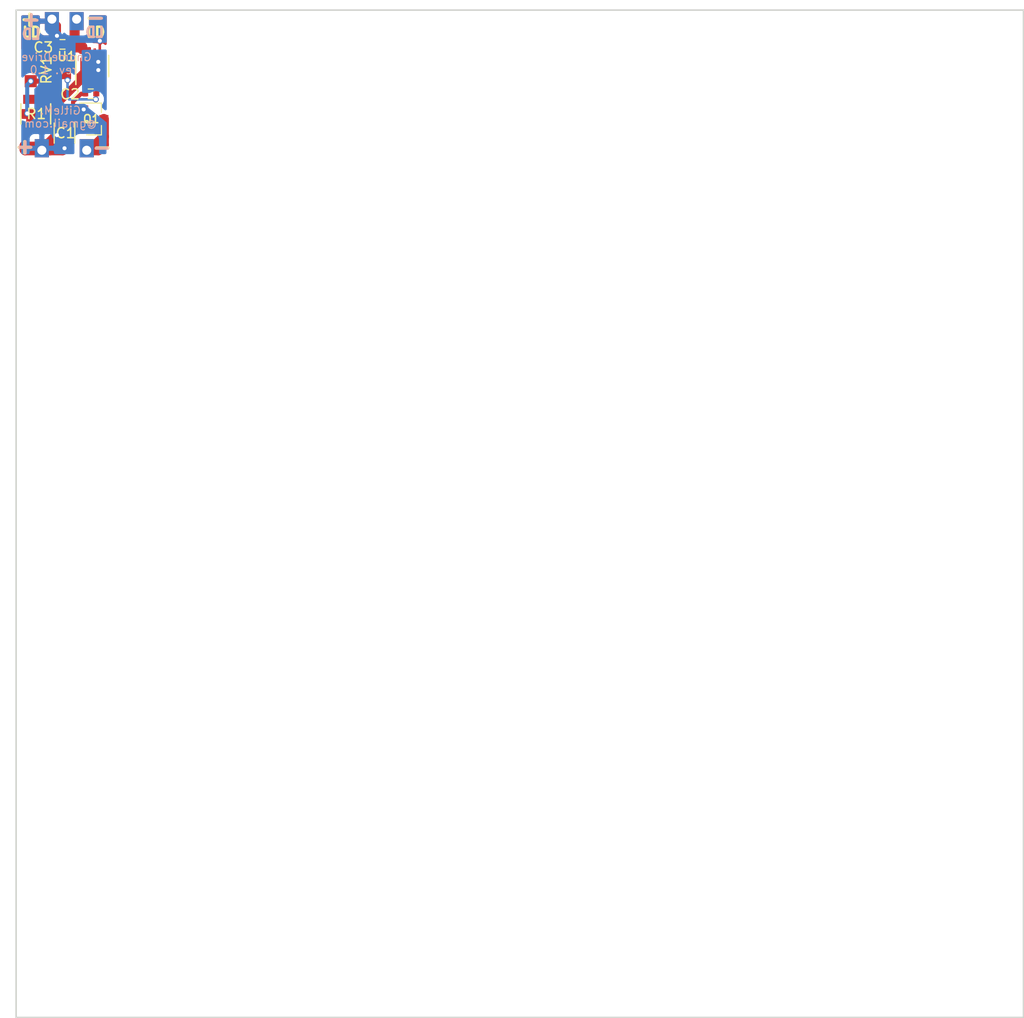
<source format=kicad_pcb>
(kicad_pcb (version 4) (host pcbnew 4.0.4-stable)

  (general
    (links 23)
    (no_connects 0)
    (area 98.275 97.823809 112.757143 117.27619)
    (thickness 1.6)
    (drawings 24)
    (tracks 129)
    (zones 0)
    (modules 11)
    (nets 8)
  )

  (page A4)
  (layers
    (0 F.Cu mixed)
    (31 B.Cu mixed)
    (32 B.Adhes user)
    (33 F.Adhes user)
    (34 B.Paste user)
    (35 F.Paste user)
    (36 B.SilkS user)
    (37 F.SilkS user)
    (38 B.Mask user)
    (39 F.Mask user)
    (40 Dwgs.User user)
    (41 Cmts.User user)
    (42 Eco1.User user)
    (43 Eco2.User user)
    (44 Edge.Cuts user)
    (45 Margin user)
    (46 B.CrtYd user)
    (47 F.CrtYd user)
    (48 B.Fab user)
    (49 F.Fab user)
  )

  (setup
    (last_trace_width 1)
    (user_trace_width 0.4)
    (user_trace_width 0.6)
    (user_trace_width 0.8)
    (user_trace_width 1)
    (user_trace_width 1.2)
    (user_trace_width 1.4)
    (user_trace_width 1.6)
    (trace_clearance 0.2)
    (zone_clearance 0.508)
    (zone_45_only no)
    (trace_min 0.2)
    (segment_width 1)
    (edge_width 0.15)
    (via_size 0.6)
    (via_drill 0.4)
    (via_min_size 0.4)
    (via_min_drill 0.3)
    (uvia_size 0.3)
    (uvia_drill 0.1)
    (uvias_allowed no)
    (uvia_min_size 0.2)
    (uvia_min_drill 0.1)
    (pcb_text_width 0.3)
    (pcb_text_size 1.5 1.5)
    (mod_edge_width 0.15)
    (mod_text_size 1 1)
    (mod_text_width 0.15)
    (pad_size 1.524 1.524)
    (pad_drill 0.762)
    (pad_to_mask_clearance 0.2)
    (aux_axis_origin 0 0)
    (visible_elements 7FFEFFFF)
    (pcbplotparams
      (layerselection 0x00030_80000001)
      (usegerberextensions false)
      (excludeedgelayer true)
      (linewidth 0.100000)
      (plotframeref false)
      (viasonmask false)
      (mode 1)
      (useauxorigin false)
      (hpglpennumber 1)
      (hpglpenspeed 20)
      (hpglpendiameter 15)
      (hpglpenoverlay 2)
      (psnegative false)
      (psa4output false)
      (plotreference true)
      (plotvalue true)
      (plotinvisibletext false)
      (padsonsilk false)
      (subtractmaskfromsilk false)
      (outputformat 1)
      (mirror false)
      (drillshape 1)
      (scaleselection 1)
      (outputdirectory ""))
  )

  (net 0 "")
  (net 1 /Vin)
  (net 2 /GNDeff)
  (net 3 "Net-(C2-Pad2)")
  (net 4 "Net-(C3-Pad2)")
  (net 5 /GND)
  (net 6 "Net-(R1-Pad1)")
  (net 7 "Net-(U1-Pad5)")

  (net_class Default "This is the default net class."
    (clearance 0.2)
    (trace_width 0.25)
    (via_dia 0.6)
    (via_drill 0.4)
    (uvia_dia 0.3)
    (uvia_drill 0.1)
    (add_net /GND)
    (add_net /GNDeff)
    (add_net /Vin)
    (add_net "Net-(C2-Pad2)")
    (add_net "Net-(C3-Pad2)")
    (add_net "Net-(R1-Pad1)")
    (add_net "Net-(U1-Pad5)")
  )

  (module Resistors_SMD:R_1210 (layer F.Cu) (tedit 58A632CC) (tstamp 58A630AA)
    (at 101.95 110.3 270)
    (descr "Resistor SMD 1210, reflow soldering, Vishay (see dcrcw.pdf)")
    (tags "resistor 1210")
    (path /58A483D9)
    (attr smd)
    (fp_text reference R1 (at 0 -0.05 360) (layer F.SilkS)
      (effects (font (size 1 1) (thickness 0.15)))
    )
    (fp_text value 0.15 (at 0 2.7 270) (layer F.Fab)
      (effects (font (size 1 1) (thickness 0.15)))
    )
    (fp_line (start -1.6 1.25) (end -1.6 -1.25) (layer F.Fab) (width 0.1))
    (fp_line (start 1.6 1.25) (end -1.6 1.25) (layer F.Fab) (width 0.1))
    (fp_line (start 1.6 -1.25) (end 1.6 1.25) (layer F.Fab) (width 0.1))
    (fp_line (start -1.6 -1.25) (end 1.6 -1.25) (layer F.Fab) (width 0.1))
    (fp_line (start -2.2 -1.6) (end 2.2 -1.6) (layer F.CrtYd) (width 0.05))
    (fp_line (start -2.2 1.6) (end 2.2 1.6) (layer F.CrtYd) (width 0.05))
    (fp_line (start -2.2 -1.6) (end -2.2 1.6) (layer F.CrtYd) (width 0.05))
    (fp_line (start 2.2 -1.6) (end 2.2 1.6) (layer F.CrtYd) (width 0.05))
    (fp_line (start 1 1.475) (end -1 1.475) (layer F.SilkS) (width 0.15))
    (fp_line (start -1 -1.475) (end 1 -1.475) (layer F.SilkS) (width 0.15))
    (pad 1 smd rect (at -1.45 0 270) (size 0.9 2.5) (layers F.Cu F.Paste F.Mask)
      (net 6 "Net-(R1-Pad1)"))
    (pad 2 smd rect (at 1.45 0 270) (size 0.9 2.5) (layers F.Cu F.Paste F.Mask)
      (net 2 /GNDeff))
    (model Resistors_SMD.3dshapes/R_1210.wrl
      (at (xyz 0 0 0))
      (scale (xyz 1 1 1))
      (rotate (xyz 0 0 0))
    )
  )

  (module Capacitors_SMD:C_1206 (layer F.Cu) (tedit 58A63281) (tstamp 58A63052)
    (at 104.8 112.2 90)
    (descr "Capacitor SMD 1206, reflow soldering, AVX (see smccp.pdf)")
    (tags "capacitor 1206")
    (path /58A4862D)
    (attr smd)
    (fp_text reference C1 (at 0 0.1 180) (layer F.SilkS)
      (effects (font (size 1 1) (thickness 0.15)))
    )
    (fp_text value 10u (at 0 2.3 90) (layer F.Fab)
      (effects (font (size 1 1) (thickness 0.15)))
    )
    (fp_line (start -1.6 0.8) (end -1.6 -0.8) (layer F.Fab) (width 0.1))
    (fp_line (start 1.6 0.8) (end -1.6 0.8) (layer F.Fab) (width 0.1))
    (fp_line (start 1.6 -0.8) (end 1.6 0.8) (layer F.Fab) (width 0.1))
    (fp_line (start -1.6 -0.8) (end 1.6 -0.8) (layer F.Fab) (width 0.1))
    (fp_line (start -2.3 -1.15) (end 2.3 -1.15) (layer F.CrtYd) (width 0.05))
    (fp_line (start -2.3 1.15) (end 2.3 1.15) (layer F.CrtYd) (width 0.05))
    (fp_line (start -2.3 -1.15) (end -2.3 1.15) (layer F.CrtYd) (width 0.05))
    (fp_line (start 2.3 -1.15) (end 2.3 1.15) (layer F.CrtYd) (width 0.05))
    (fp_line (start 1 -1.025) (end -1 -1.025) (layer F.SilkS) (width 0.12))
    (fp_line (start -1 1.025) (end 1 1.025) (layer F.SilkS) (width 0.12))
    (pad 1 smd rect (at -1.5 0 90) (size 1 1.6) (layers F.Cu F.Paste F.Mask)
      (net 1 /Vin))
    (pad 2 smd rect (at 1.5 0 90) (size 1 1.6) (layers F.Cu F.Paste F.Mask)
      (net 2 /GNDeff))
    (model Capacitors_SMD.3dshapes/C_1206.wrl
      (at (xyz 0 0 0))
      (scale (xyz 1 1 1))
      (rotate (xyz 0 0 0))
    )
  )

  (module Capacitors_SMD:C_0402 (layer F.Cu) (tedit 58A6312A) (tstamp 58A63062)
    (at 107.4 108.3)
    (descr "Capacitor SMD 0402, reflow soldering, AVX (see smccp.pdf)")
    (tags "capacitor 0402")
    (path /58A48219)
    (attr smd)
    (fp_text reference C2 (at -2.05 0.05) (layer F.SilkS)
      (effects (font (size 1 1) (thickness 0.15)))
    )
    (fp_text value 0.1u (at 0 1.7) (layer F.Fab)
      (effects (font (size 1 1) (thickness 0.15)))
    )
    (fp_line (start -0.5 0.25) (end -0.5 -0.25) (layer F.Fab) (width 0.1))
    (fp_line (start 0.5 0.25) (end -0.5 0.25) (layer F.Fab) (width 0.1))
    (fp_line (start 0.5 -0.25) (end 0.5 0.25) (layer F.Fab) (width 0.1))
    (fp_line (start -0.5 -0.25) (end 0.5 -0.25) (layer F.Fab) (width 0.1))
    (fp_line (start -1.15 -0.6) (end 1.15 -0.6) (layer F.CrtYd) (width 0.05))
    (fp_line (start -1.15 0.6) (end 1.15 0.6) (layer F.CrtYd) (width 0.05))
    (fp_line (start -1.15 -0.6) (end -1.15 0.6) (layer F.CrtYd) (width 0.05))
    (fp_line (start 1.15 -0.6) (end 1.15 0.6) (layer F.CrtYd) (width 0.05))
    (fp_line (start 0.25 -0.475) (end -0.25 -0.475) (layer F.SilkS) (width 0.12))
    (fp_line (start -0.25 0.475) (end 0.25 0.475) (layer F.SilkS) (width 0.12))
    (pad 1 smd rect (at -0.55 0) (size 0.6 0.5) (layers F.Cu F.Paste F.Mask)
      (net 2 /GNDeff))
    (pad 2 smd rect (at 0.55 0) (size 0.6 0.5) (layers F.Cu F.Paste F.Mask)
      (net 3 "Net-(C2-Pad2)"))
    (model Capacitors_SMD.3dshapes/C_0402.wrl
      (at (xyz 0 0 0))
      (scale (xyz 1 1 1))
      (rotate (xyz 0 0 0))
    )
  )

  (module Capacitors_SMD:C_0402 (layer F.Cu) (tedit 58A757DC) (tstamp 58A63072)
    (at 104.6 103.4)
    (descr "Capacitor SMD 0402, reflow soldering, AVX (see smccp.pdf)")
    (tags "capacitor 0402")
    (path /58A481A2)
    (attr smd)
    (fp_text reference C3 (at -1.9 0.3) (layer F.SilkS)
      (effects (font (size 1 1) (thickness 0.15)))
    )
    (fp_text value 0.1u (at 0 1.7) (layer F.Fab)
      (effects (font (size 1 1) (thickness 0.15)))
    )
    (fp_line (start -0.5 0.25) (end -0.5 -0.25) (layer F.Fab) (width 0.1))
    (fp_line (start 0.5 0.25) (end -0.5 0.25) (layer F.Fab) (width 0.1))
    (fp_line (start 0.5 -0.25) (end 0.5 0.25) (layer F.Fab) (width 0.1))
    (fp_line (start -0.5 -0.25) (end 0.5 -0.25) (layer F.Fab) (width 0.1))
    (fp_line (start -1.15 -0.6) (end 1.15 -0.6) (layer F.CrtYd) (width 0.05))
    (fp_line (start -1.15 0.6) (end 1.15 0.6) (layer F.CrtYd) (width 0.05))
    (fp_line (start -1.15 -0.6) (end -1.15 0.6) (layer F.CrtYd) (width 0.05))
    (fp_line (start 1.15 -0.6) (end 1.15 0.6) (layer F.CrtYd) (width 0.05))
    (fp_line (start 0.25 -0.475) (end -0.25 -0.475) (layer F.SilkS) (width 0.12))
    (fp_line (start -0.25 0.475) (end 0.25 0.475) (layer F.SilkS) (width 0.12))
    (pad 1 smd rect (at -0.55 0) (size 0.6 0.5) (layers F.Cu F.Paste F.Mask)
      (net 1 /Vin))
    (pad 2 smd rect (at 0.55 0) (size 0.6 0.5) (layers F.Cu F.Paste F.Mask)
      (net 4 "Net-(C3-Pad2)"))
    (model Capacitors_SMD.3dshapes/C_0402.wrl
      (at (xyz 0 0 0))
      (scale (xyz 1 1 1))
      (rotate (xyz 0 0 0))
    )
  )

  (module linear_rect_driver:LDpad (layer F.Cu) (tedit 58A63080) (tstamp 58A63077)
    (at 103 113.85 270)
    (path /58A48B2F)
    (fp_text reference P1 (at 2.25 0.7 270) (layer F.SilkS) hide
      (effects (font (size 1 1) (thickness 0.15)))
    )
    (fp_text value V+ (at 0.15 -2.75 270) (layer F.Fab)
      (effects (font (size 1 1) (thickness 0.15)))
    )
    (pad 1 thru_hole rect (at 0.05 0.45 270) (size 1.8 1.4) (drill 0.9 (offset -0.2 0)) (layers *.Cu *.Mask)
      (net 1 /Vin))
  )

  (module linear_rect_driver:LDpad (layer F.Cu) (tedit 58A757C9) (tstamp 58A6307C)
    (at 107.45 113.85 270)
    (path /58A48B8B)
    (fp_text reference P2 (at 2.15 0.4 270) (layer F.SilkS) hide
      (effects (font (size 1 1) (thickness 0.15)))
    )
    (fp_text value V- (at 0.15 -2.75 270) (layer F.Fab)
      (effects (font (size 1 1) (thickness 0.15)))
    )
    (pad 1 thru_hole rect (at 0.05 0.45 270) (size 1.8 1.4) (drill 0.9 (offset -0.2 0)) (layers *.Cu *.Mask)
      (net 5 /GND))
  )

  (module linear_rect_driver:LDpad (layer F.Cu) (tedit 58A86702) (tstamp 58A63081)
    (at 103.1 100.95 90)
    (path /58A48A8F)
    (fp_text reference P3 (at 1.95 0.4 90) (layer F.SilkS) hide
      (effects (font (size 1 1) (thickness 0.15)))
    )
    (fp_text value LD+ (at 0.15 -2.75 90) (layer F.Fab)
      (effects (font (size 1 1) (thickness 0.15)))
    )
    (pad 1 thru_hole rect (at 0.05 0.45 90) (size 1.8 1.4) (drill 0.9 (offset -0.2 0)) (layers *.Cu *.Mask)
      (net 1 /Vin))
  )

  (module linear_rect_driver:LDpad (layer F.Cu) (tedit 58A62FA0) (tstamp 58A63086)
    (at 105.55 100.95 90)
    (path /58A48ADE)
    (fp_text reference P4 (at 1.9 0.6 90) (layer F.SilkS) hide
      (effects (font (size 1 1) (thickness 0.15)))
    )
    (fp_text value LD- (at 0.15 -2.75 90) (layer F.Fab)
      (effects (font (size 1 1) (thickness 0.15)))
    )
    (pad 1 thru_hole rect (at 0.05 0.45 90) (size 1.8 1.4) (drill 0.9 (offset -0.2 0)) (layers *.Cu *.Mask)
      (net 4 "Net-(C3-Pad2)"))
  )

  (module TO_SOT_Packages_SMD:SOT-23 (layer F.Cu) (tedit 58A6329A) (tstamp 58A6309A)
    (at 107.7 110.8)
    (descr "SOT-23, Standard")
    (tags SOT-23)
    (path /58A4844D)
    (attr smd)
    (fp_text reference Q1 (at -0.25 0) (layer F.SilkS)
      (effects (font (size 0.8 0.8) (thickness 0.15)))
    )
    (fp_text value Q_NMOS_GSD (at 0 2.5) (layer F.Fab)
      (effects (font (size 1 1) (thickness 0.15)))
    )
    (fp_line (start -0.7 -0.95) (end -0.7 1.5) (layer F.Fab) (width 0.1))
    (fp_line (start -0.15 -1.52) (end 0.7 -1.52) (layer F.Fab) (width 0.1))
    (fp_line (start -0.7 -0.95) (end -0.15 -1.52) (layer F.Fab) (width 0.1))
    (fp_line (start 0.7 -1.52) (end 0.7 1.52) (layer F.Fab) (width 0.1))
    (fp_line (start -0.7 1.52) (end 0.7 1.52) (layer F.Fab) (width 0.1))
    (fp_line (start 0.76 1.58) (end 0.76 0.65) (layer F.SilkS) (width 0.12))
    (fp_line (start 0.76 -1.58) (end 0.76 -0.65) (layer F.SilkS) (width 0.12))
    (fp_line (start -1.7 -1.75) (end 1.7 -1.75) (layer F.CrtYd) (width 0.05))
    (fp_line (start 1.7 -1.75) (end 1.7 1.75) (layer F.CrtYd) (width 0.05))
    (fp_line (start 1.7 1.75) (end -1.7 1.75) (layer F.CrtYd) (width 0.05))
    (fp_line (start -1.7 1.75) (end -1.7 -1.75) (layer F.CrtYd) (width 0.05))
    (fp_line (start 0.76 -1.58) (end -1.4 -1.58) (layer F.SilkS) (width 0.12))
    (fp_line (start 0.76 1.58) (end -0.7 1.58) (layer F.SilkS) (width 0.12))
    (pad 1 smd rect (at -1 -0.95) (size 0.9 0.8) (layers F.Cu F.Paste F.Mask)
      (net 1 /Vin))
    (pad 2 smd rect (at -1 0.95) (size 0.9 0.8) (layers F.Cu F.Paste F.Mask)
      (net 2 /GNDeff))
    (pad 3 smd rect (at 1 0) (size 0.9 0.8) (layers F.Cu F.Paste F.Mask)
      (net 5 /GND))
    (model TO_SOT_Packages_SMD.3dshapes/SOT-23.wrl
      (at (xyz 0 0 0))
      (scale (xyz 1 1 1))
      (rotate (xyz 0 0 90))
    )
  )

  (module linear_rect_driver:POT-TC33 (layer F.Cu) (tedit 58A63279) (tstamp 58A630B1)
    (at 103.95 106.05 270)
    (path /58A488A0)
    (fp_text reference RV1 (at -0.1 0.95 270) (layer F.SilkS)
      (effects (font (size 1 1) (thickness 0.15)))
    )
    (fp_text value 20k (at 0.05 -5.5 270) (layer F.Fab)
      (effects (font (size 1 1) (thickness 0.15)))
    )
    (pad 3 smd rect (at 1 2.5 270) (size 1.2 1.2) (layers F.Cu F.Paste F.Mask)
      (net 2 /GNDeff))
    (pad 2 smd rect (at 0 -0.75 270) (size 1.6 1.5) (layers F.Cu F.Paste F.Mask)
      (net 3 "Net-(C2-Pad2)"))
    (pad 1 smd rect (at -1 2.5 270) (size 1.2 1.2) (layers F.Cu F.Paste F.Mask)
      (net 3 "Net-(C2-Pad2)"))
  )

  (module linear_rect_driver:DFN8-LT3080 (layer F.Cu) (tedit 58A632FB) (tstamp 58A630CC)
    (at 107.55 105.55 90)
    (descr "DD Package; 8-Lead Plastic DFN (3mm x 3mm) (see Linear Technology DFN_8_05-08-1698.pdf)")
    (tags "DFN 0.5")
    (path /58A39D4C)
    (attr smd)
    (fp_text reference U1 (at 0.95 -2.55 180) (layer F.SilkS)
      (effects (font (size 0.9 0.9) (thickness 0.15)))
    )
    (fp_text value LT3080 (at 0 2.55 90) (layer F.Fab)
      (effects (font (size 1 1) (thickness 0.15)))
    )
    (fp_line (start -0.5 -1.5) (end 1.5 -1.5) (layer F.Fab) (width 0.15))
    (fp_line (start 1.5 -1.5) (end 1.5 1.5) (layer F.Fab) (width 0.15))
    (fp_line (start 1.5 1.5) (end -1.5 1.5) (layer F.Fab) (width 0.15))
    (fp_line (start -1.5 1.5) (end -1.5 -0.5) (layer F.Fab) (width 0.15))
    (fp_line (start -1.5 -0.5) (end -0.5 -1.5) (layer F.Fab) (width 0.15))
    (fp_line (start -2 -1.8) (end -2 1.8) (layer F.CrtYd) (width 0.05))
    (fp_line (start 2 -1.8) (end 2 1.8) (layer F.CrtYd) (width 0.05))
    (fp_line (start -2 -1.8) (end 2 -1.8) (layer F.CrtYd) (width 0.05))
    (fp_line (start -2 1.8) (end 2 1.8) (layer F.CrtYd) (width 0.05))
    (fp_line (start -1.05 1.625) (end 1.05 1.625) (layer F.SilkS) (width 0.15))
    (fp_line (start -1.825 -1.625) (end 1.05 -1.625) (layer F.SilkS) (width 0.15))
    (pad 1 smd rect (at -1.4 -0.75 90) (size 0.7 0.25) (layers F.Cu F.Paste F.Mask)
      (net 6 "Net-(R1-Pad1)"))
    (pad 1 smd rect (at -1.4 -0.25 90) (size 0.7 0.25) (layers F.Cu F.Paste F.Mask)
      (net 6 "Net-(R1-Pad1)"))
    (pad 1 smd rect (at -1.4 0.25 90) (size 0.7 0.25) (layers F.Cu F.Paste F.Mask)
      (net 6 "Net-(R1-Pad1)"))
    (pad 2 smd rect (at -1.4 0.75 90) (size 0.7 0.25) (layers F.Cu F.Paste F.Mask)
      (net 3 "Net-(C2-Pad2)"))
    (pad 3 smd rect (at 1.4 0.75 90) (size 0.7 0.25) (layers F.Cu F.Paste F.Mask)
      (net 1 /Vin))
    (pad 5 smd rect (at 1.4 0.25 90) (size 0.7 0.25) (layers F.Cu F.Paste F.Mask)
      (net 7 "Net-(U1-Pad5)"))
    (pad 4 smd rect (at 1.4 -0.25 90) (size 0.7 0.25) (layers F.Cu F.Paste F.Mask)
      (net 4 "Net-(C3-Pad2)"))
    (pad 4 smd rect (at 1.4 -0.75 90) (size 0.7 0.25) (layers F.Cu F.Paste F.Mask)
      (net 4 "Net-(C3-Pad2)"))
    (pad 1 smd rect (at 0.415 0.595 90) (size 0.83 1.19) (layers F.Cu F.Paste F.Mask)
      (net 6 "Net-(R1-Pad1)") (solder_paste_margin_ratio -0.2))
    (pad 1 smd rect (at 0.415 -0.595 90) (size 0.83 1.19) (layers F.Cu F.Paste F.Mask)
      (net 6 "Net-(R1-Pad1)") (solder_paste_margin_ratio -0.2))
    (pad 1 smd rect (at -0.415 0.595 90) (size 0.83 1.19) (layers F.Cu F.Paste F.Mask)
      (net 6 "Net-(R1-Pad1)") (solder_paste_margin_ratio -0.2))
    (pad 1 smd rect (at -0.415 -0.595 90) (size 0.83 1.19) (layers F.Cu F.Paste F.Mask)
      (net 6 "Net-(R1-Pad1)") (solder_paste_margin_ratio -0.2))
    (model Housings_DFN_QFN.3dshapes/DFN-8-1EP_3x3mm_Pitch0.5mm.wrl
      (at (xyz 0 0 0))
      (scale (xyz 1 1 1))
      (rotate (xyz 0 0 0))
    )
  )

  (gr_line (start 110 115.3) (end 110 109) (angle 90) (layer Eco1.User) (width 1))
  (gr_line (start 110 99.5) (end 110 106) (angle 90) (layer Eco1.User) (width 1))
  (gr_line (start 99.5 99.5) (end 100 99.5) (angle 90) (layer Eco1.User) (width 1))
  (gr_line (start 99.5 115.3) (end 99.5 99.5) (angle 90) (layer Eco1.User) (width 1))
  (gr_line (start 110 115.3) (end 99.5 115.3) (angle 90) (layer Eco1.User) (width 1))
  (gr_line (start 100 99.5) (end 110 99.5) (angle 90) (layer Eco1.User) (width 1))
  (gr_line (start 100 199.9) (end 100 100) (angle 90) (layer Edge.Cuts) (width 0.15))
  (gr_line (start 199.9 199.9) (end 100 199.9) (angle 90) (layer Edge.Cuts) (width 0.15))
  (gr_line (start 199.9 100) (end 199.9 199.9) (angle 90) (layer Edge.Cuts) (width 0.15))
  (gr_line (start 100 100) (end 199.9 100) (angle 90) (layer Edge.Cuts) (width 0.15))
  (gr_text "GnomeDrive \nrev. 1.0" (at 103.7 105.3) (layer B.SilkS)
    (effects (font (size 0.8 0.8) (thickness 0.1)) (justify mirror))
  )
  (gr_text "GitleM.\n@gmail.com" (at 104.4 110.6) (layer B.SilkS)
    (effects (font (size 0.8 0.8) (thickness 0.1)) (justify mirror))
  )
  (gr_text - (at 108.5 113.6) (layer B.SilkS)
    (effects (font (size 1.5 1.5) (thickness 0.3)) (justify mirror))
  )
  (gr_text + (at 100.9 113.5) (layer B.SilkS)
    (effects (font (size 1.5 1.5) (thickness 0.3)) (justify mirror))
  )
  (gr_text - (at 107.9 100.7) (layer B.SilkS)
    (effects (font (size 1.5 1.5) (thickness 0.3)) (justify mirror))
  )
  (gr_text LD (at 107.8 102.2) (layer B.SilkS)
    (effects (font (size 1 1) (thickness 0.25)) (justify mirror))
  )
  (gr_text LD (at 101.5 102.4) (layer B.SilkS)
    (effects (font (size 1 1) (thickness 0.25)) (justify mirror))
  )
  (gr_text + (at 101.5 100.9) (layer B.SilkS)
    (effects (font (size 1.5 1.5) (thickness 0.3)) (justify mirror))
  )
  (gr_text - (at 108.55 113.55) (layer F.SilkS)
    (effects (font (size 1.5 1.5) (thickness 0.3)))
  )
  (gr_text + (at 100.85 113.5) (layer F.SilkS)
    (effects (font (size 1.5 1.5) (thickness 0.3)))
  )
  (gr_text - (at 107.8 100.7) (layer F.SilkS)
    (effects (font (size 1.5 1.5) (thickness 0.3)))
  )
  (gr_text + (at 101.35 100.85) (layer F.SilkS)
    (effects (font (size 1.5 1.5) (thickness 0.3)))
  )
  (gr_text LD (at 107.9 102.2) (layer F.SilkS)
    (effects (font (size 1 1) (thickness 0.25)))
  )
  (gr_text LD (at 101.55 102.2) (layer F.SilkS)
    (effects (font (size 1 1) (thickness 0.25)))
  )

  (segment (start 104.05 102.25) (end 103.85 102.25) (width 0.4) (layer F.Cu) (net 1))
  (segment (start 103.85 102.25) (end 103.45 102.65) (width 0.4) (layer F.Cu) (net 1) (tstamp 58A74502))
  (segment (start 103.2 103.2) (end 103.4 103.2) (width 0.4) (layer B.Cu) (net 1))
  (segment (start 103.4 103.2) (end 104.05 102.55) (width 0.4) (layer B.Cu) (net 1) (tstamp 58A744F0))
  (segment (start 102.55 113.9) (end 100.9 113.9) (width 1) (layer F.Cu) (net 1))
  (segment (start 100.95 113.55) (end 102.2 113.55) (width 1) (layer F.Cu) (net 1) (tstamp 58A6E4DC))
  (segment (start 100.85 113.45) (end 100.95 113.55) (width 1) (layer F.Cu) (net 1) (tstamp 58A6E4DB))
  (segment (start 100.85 113.85) (end 100.85 113.45) (width 1) (layer F.Cu) (net 1) (tstamp 58A6E4DA))
  (segment (start 100.9 113.9) (end 100.85 113.85) (width 1) (layer F.Cu) (net 1) (tstamp 58A6E4D8))
  (segment (start 108.3 104.15) (end 108.3 103.05) (width 0.25) (layer F.Cu) (net 1))
  (via (at 108.3 103.05) (size 0.6) (drill 0.4) (layers F.Cu B.Cu) (net 1))
  (segment (start 104.05 103.4) (end 104.05 102.25) (width 0.8) (layer F.Cu) (net 1))
  (segment (start 104.05 102.25) (end 104.05 101.55) (width 0.8) (layer F.Cu) (net 1) (tstamp 58A74500))
  (segment (start 104.05 101.55) (end 103.4 100.9) (width 0.8) (layer F.Cu) (net 1) (tstamp 58A6383E))
  (via (at 106.7 109.85) (size 0.6) (drill 0.4) (layers F.Cu B.Cu) (net 1))
  (segment (start 104.05 109.8) (end 106.65 109.8) (width 1) (layer B.Cu) (net 1) (tstamp 58A63806))
  (segment (start 106.65 109.8) (end 106.7 109.85) (width 1) (layer B.Cu) (net 1) (tstamp 58A63805))
  (segment (start 104.45 113.6) (end 104.45 112.8) (width 1) (layer B.Cu) (net 1))
  (segment (start 104.8 113.7) (end 104.7 113.6) (width 1) (layer B.Cu) (net 1) (tstamp 58A6371B))
  (segment (start 104.45 113.6) (end 104.7 113.6) (width 1) (layer B.Cu) (net 1) (tstamp 58A6371C))
  (via (at 104.8 113.7) (size 0.6) (drill 0.4) (layers F.Cu B.Cu) (net 1))
  (segment (start 104.45 112.8) (end 104.05 112.4) (width 1) (layer B.Cu) (net 1) (tstamp 58A6371F))
  (segment (start 104.05 112.4) (end 102.55 113.9) (width 1) (layer F.Cu) (net 1))
  (segment (start 102.55 113.9) (end 103.35 113.9) (width 1) (layer F.Cu) (net 1) (tstamp 58A63705))
  (segment (start 103.35 113.9) (end 103.95 113.3) (width 1) (layer F.Cu) (net 1) (tstamp 58A63706))
  (via (at 104.05 112.4) (size 0.6) (drill 0.4) (layers F.Cu B.Cu) (net 1))
  (segment (start 104.05 112.4) (end 104.25 112.4) (width 1) (layer F.Cu) (net 1) (tstamp 58A636CE))
  (segment (start 103.4 100.9) (end 103.4 101.9) (width 1) (layer B.Cu) (net 1))
  (segment (start 103.4 101.9) (end 104.05 102.55) (width 1) (layer B.Cu) (net 1) (tstamp 58A636A6))
  (segment (start 104.05 102.55) (end 104.05 109.8) (width 1) (layer B.Cu) (net 1) (tstamp 58A636AC))
  (segment (start 104.05 109.8) (end 104.05 112.4) (width 1) (layer B.Cu) (net 1) (tstamp 58A63817))
  (via (at 104.05 102.55) (size 0.6) (drill 0.4) (layers F.Cu B.Cu) (net 1))
  (segment (start 104.05 103.4) (end 104.05 102.55) (width 0.25) (layer F.Cu) (net 1))
  (segment (start 102.55 113.9) (end 104.6 113.9) (width 1) (layer F.Cu) (net 1))
  (segment (start 104.6 113.9) (end 104.8 113.7) (width 1) (layer F.Cu) (net 1) (tstamp 58A634BE))
  (segment (start 101.2 110.75) (end 101.3 110.75) (width 0.4) (layer F.Cu) (net 2))
  (segment (start 101.85 111.75) (end 101.2 111.1) (width 0.4) (layer F.Cu) (net 2) (tstamp 58A63911))
  (segment (start 101.2 110.75) (end 101.2 111.1) (width 0.4) (layer F.Cu) (net 2))
  (segment (start 101.3 110.75) (end 101.75 111.2) (width 0.4) (layer F.Cu) (net 2) (tstamp 58A744DA))
  (via (at 101.45 107.05) (size 0.6) (drill 0.4) (layers F.Cu B.Cu) (net 2))
  (segment (start 101.35 107.05) (end 101.45 107.05) (width 0.4) (layer F.Cu) (net 2) (tstamp 58A63919))
  (segment (start 101.1 110.25) (end 101.15 110.3) (width 0.4) (layer F.Cu) (net 2) (tstamp 58A744C4))
  (via (at 101.1 110.25) (size 0.6) (drill 0.4) (layers F.Cu B.Cu) (net 2))
  (segment (start 101.1 107.4) (end 101.1 110.25) (width 0.4) (layer B.Cu) (net 2) (tstamp 58A744BF))
  (segment (start 101.45 107.05) (end 101.1 107.4) (width 0.4) (layer B.Cu) (net 2) (tstamp 58A744BE))
  (segment (start 101.95 111.75) (end 101.85 111.75) (width 0.4) (layer F.Cu) (net 2))
  (segment (start 104.8 110.7) (end 104.85 110.7) (width 0.4) (layer F.Cu) (net 2))
  (segment (start 104.85 110.7) (end 105.65 109.9) (width 0.4) (layer F.Cu) (net 2) (tstamp 58A634D6))
  (segment (start 106.45 108.3) (end 106.85 108.3) (width 0.4) (layer F.Cu) (net 2) (tstamp 58A634D9))
  (segment (start 105.65 109.1) (end 106.45 108.3) (width 0.4) (layer F.Cu) (net 2) (tstamp 58A634D8))
  (segment (start 105.65 109.9) (end 105.65 109.1) (width 0.4) (layer F.Cu) (net 2) (tstamp 58A634D7))
  (segment (start 104.8 110.7) (end 104.9 110.7) (width 1) (layer F.Cu) (net 2))
  (segment (start 104.9 110.7) (end 105.95 111.75) (width 1) (layer F.Cu) (net 2) (tstamp 58A634C3))
  (segment (start 105.95 111.75) (end 106.7 111.75) (width 1) (layer F.Cu) (net 2) (tstamp 58A634C4))
  (segment (start 101.95 111.75) (end 102.65 111.75) (width 1) (layer F.Cu) (net 2))
  (segment (start 102.65 111.75) (end 103.7 110.7) (width 1) (layer F.Cu) (net 2) (tstamp 58A634C0))
  (segment (start 103.7 110.7) (end 104.8 110.7) (width 1) (layer F.Cu) (net 2) (tstamp 58A634C1))
  (segment (start 101.45 105.05) (end 103.7 105.05) (width 0.4) (layer F.Cu) (net 3))
  (segment (start 104.7 106.05) (end 104.7 106.55) (width 0.25) (layer F.Cu) (net 3))
  (segment (start 104.7 106.55) (end 105.1 106.95) (width 0.25) (layer F.Cu) (net 3) (tstamp 58A63A80))
  (segment (start 107.95 108.8) (end 107.95 108.3) (width 0.25) (layer F.Cu) (net 3) (tstamp 58A63A92))
  (segment (start 107.9 108.85) (end 107.95 108.8) (width 0.25) (layer F.Cu) (net 3) (tstamp 58A63A91))
  (via (at 107.9 108.85) (size 0.6) (drill 0.4) (layers F.Cu B.Cu) (net 3))
  (segment (start 105.25 108.85) (end 107.9 108.85) (width 0.25) (layer B.Cu) (net 3) (tstamp 58A63A89))
  (segment (start 105.1 108.7) (end 105.25 108.85) (width 0.25) (layer B.Cu) (net 3) (tstamp 58A63A88))
  (segment (start 105.1 106.95) (end 105.1 108.7) (width 0.25) (layer B.Cu) (net 3) (tstamp 58A63A87))
  (via (at 105.1 106.95) (size 0.6) (drill 0.4) (layers F.Cu B.Cu) (net 3))
  (segment (start 108.300002 107) (end 108.250002 106.95) (width 0.25) (layer F.Cu) (net 3) (tstamp 58A637B8))
  (segment (start 108.250002 106.95) (end 108.3 106.95) (width 0.25) (layer F.Cu) (net 3) (tstamp 58A637B9))
  (segment (start 103.7 105.05) (end 104.7 106.05) (width 0.4) (layer F.Cu) (net 3) (tstamp 58A6379D))
  (segment (start 107.95 108.3) (end 107.95 107.95) (width 0.25) (layer F.Cu) (net 3))
  (segment (start 108.3 107.6) (end 108.3 106.95) (width 0.25) (layer F.Cu) (net 3) (tstamp 58A634D3))
  (segment (start 107.95 107.95) (end 108.3 107.6) (width 0.25) (layer F.Cu) (net 3) (tstamp 58A634D2))
  (segment (start 106.65 103.9) (end 106.65 103.6) (width 0.8) (layer F.Cu) (net 4))
  (segment (start 106.65 103.6) (end 106.3 103.25) (width 0.8) (layer F.Cu) (net 4) (tstamp 58A63C8E))
  (segment (start 105.8 102.9) (end 105.8 103.4) (width 0.6) (layer F.Cu) (net 4))
  (segment (start 106.45 104.05) (end 105.8 103.4) (width 0.6) (layer F.Cu) (net 4) (tstamp 58A6354E))
  (segment (start 106.45 104.05) (end 106.8 104.05) (width 0.6) (layer F.Cu) (net 4))
  (segment (start 106.8 104.15) (end 106.8 104.05) (width 0.6) (layer F.Cu) (net 4))
  (segment (start 106.8 104.05) (end 106.8 104.05) (width 0.6) (layer F.Cu) (net 4) (tstamp 58A6354C))
  (segment (start 106.8 104.05) (end 106.65 103.9) (width 0.6) (layer F.Cu) (net 4) (tstamp 58A63548))
  (segment (start 106.65 103.9) (end 105.65 103.9) (width 0.6) (layer F.Cu) (net 4) (tstamp 58A63549))
  (segment (start 105.65 103.9) (end 105.15 103.4) (width 0.6) (layer F.Cu) (net 4) (tstamp 58A6354A))
  (segment (start 106.8 104.15) (end 106.95 104.15) (width 0.25) (layer F.Cu) (net 4))
  (segment (start 106.95 104.15) (end 107.3 103.8) (width 0.25) (layer F.Cu) (net 4) (tstamp 58A63543))
  (segment (start 107.3 103.8) (end 107.3 104.15) (width 0.25) (layer F.Cu) (net 4) (tstamp 58A63544))
  (segment (start 107.3 104.15) (end 107.2 104.15) (width 0.25) (layer F.Cu) (net 4))
  (segment (start 107.2 104.15) (end 106.85 103.8) (width 0.25) (layer F.Cu) (net 4) (tstamp 58A63541))
  (segment (start 106.85 103.8) (end 106.8 104.15) (width 0.25) (layer F.Cu) (net 4) (tstamp 58A63542))
  (segment (start 107.3 104.15) (end 106.8 104.15) (width 0.25) (layer F.Cu) (net 4))
  (segment (start 106.8 104.15) (end 106.8 103.8) (width 0.25) (layer F.Cu) (net 4))
  (segment (start 106.8 103.8) (end 107.3 103.8) (width 0.25) (layer F.Cu) (net 4) (tstamp 58A6353B))
  (segment (start 107.3 103.8) (end 107.3 104.15) (width 0.25) (layer F.Cu) (net 4) (tstamp 58A6353C))
  (segment (start 105.15 103.4) (end 105.3 103.4) (width 0.6) (layer F.Cu) (net 4))
  (segment (start 105.3 103.4) (end 105.8 102.9) (width 0.6) (layer F.Cu) (net 4) (tstamp 58A63523))
  (segment (start 105.8 102.9) (end 105.8 100.9) (width 1) (layer F.Cu) (net 4) (tstamp 58A63524))
  (segment (start 107 113.9) (end 107.35 113.9) (width 1) (layer F.Cu) (net 5))
  (segment (start 107.35 113.9) (end 108.7 112.55) (width 1) (layer F.Cu) (net 5) (tstamp 58A6E4F4))
  (segment (start 107 113.9) (end 108.15 113.9) (width 1) (layer F.Cu) (net 5))
  (segment (start 108.7 113.35) (end 108.7 112.55) (width 1) (layer F.Cu) (net 5) (tstamp 58A634C7))
  (segment (start 108.7 112.55) (end 108.7 110.8) (width 1) (layer F.Cu) (net 5) (tstamp 58A6E4F8))
  (segment (start 108.15 113.9) (end 108.7 113.35) (width 1) (layer F.Cu) (net 5) (tstamp 58A634C6))
  (segment (start 108.145 105.965) (end 108.365 105.965) (width 0.25) (layer F.Cu) (net 6))
  (via (at 108.145 105.135) (size 0.6) (drill 0.4) (layers F.Cu B.Cu) (net 6))
  (segment (start 108.145 105.955) (end 108.15 105.95) (width 0.4) (layer F.Cu) (net 6) (tstamp 58A63A36))
  (via (at 108.15 105.95) (size 0.6) (drill 0.4) (layers F.Cu B.Cu) (net 6))
  (segment (start 108.15 105.14) (end 108.15 105.95) (width 0.4) (layer B.Cu) (net 6) (tstamp 58A63A33))
  (segment (start 108.15 105.14) (end 108.145 105.135) (width 0.4) (layer B.Cu) (net 6) (tstamp 58A63A32))
  (segment (start 108.145 105.955) (end 108.145 105.965) (width 0.4) (layer F.Cu) (net 6) (tstamp 58A63A37))
  (segment (start 101.95 108.85) (end 104.5 108.85) (width 0.8) (layer F.Cu) (net 6))
  (segment (start 106.3 106.62) (end 106.955 105.965) (width 0.8) (layer F.Cu) (net 6) (tstamp 58A638B6))
  (segment (start 106.3 107.05) (end 106.3 106.62) (width 0.8) (layer F.Cu) (net 6) (tstamp 58A638AF))
  (segment (start 104.5 108.85) (end 106.3 107.05) (width 0.8) (layer F.Cu) (net 6) (tstamp 58A638AB))
  (segment (start 106.685 105.965) (end 106.955 105.965) (width 0.6) (layer F.Cu) (net 6) (tstamp 58A6360B))
  (segment (start 106.8 106.4) (end 106.8 106.12) (width 0.4) (layer F.Cu) (net 6))
  (segment (start 106.8 106.12) (end 106.955 105.965) (width 0.4) (layer F.Cu) (net 6) (tstamp 58A63512))
  (segment (start 106.8 106.4) (end 107.65 106.4) (width 0.4) (layer F.Cu) (net 6))
  (segment (start 106.955 105.135) (end 107.315 105.135) (width 0.8) (layer F.Cu) (net 6))
  (segment (start 107.315 105.135) (end 108.145 105.965) (width 0.8) (layer F.Cu) (net 6) (tstamp 58A63508))
  (segment (start 106.955 105.135) (end 106.955 105.965) (width 0.8) (layer F.Cu) (net 6))
  (segment (start 108.145 105.965) (end 108.145 105.135) (width 0.8) (layer F.Cu) (net 6))
  (segment (start 108.145 105.135) (end 106.955 105.135) (width 0.8) (layer F.Cu) (net 6) (tstamp 58A63503))
  (segment (start 106.955 105.965) (end 108.145 105.965) (width 0.8) (layer F.Cu) (net 6))
  (segment (start 107.8 106.95) (end 107.8 106.31) (width 0.25) (layer F.Cu) (net 6))
  (segment (start 107.8 106.31) (end 108.145 105.965) (width 0.25) (layer F.Cu) (net 6) (tstamp 58A634FF))
  (segment (start 107.3 106.95) (end 107.3 106.31) (width 0.25) (layer F.Cu) (net 6))
  (segment (start 107.3 106.31) (end 106.955 105.965) (width 0.25) (layer F.Cu) (net 6) (tstamp 58A634FD))
  (segment (start 106.8 106.95) (end 106.8 106.4) (width 0.25) (layer F.Cu) (net 6))
  (segment (start 106.8 106.12) (end 106.955 105.965) (width 0.25) (layer F.Cu) (net 6) (tstamp 58A634FB))

  (zone (net 1) (net_name /Vin) (layer B.Cu) (tstamp 58A639A2) (hatch edge 0.508)
    (connect_pads (clearance 0.508))
    (min_thickness 0.254)
    (fill yes (arc_segments 16) (thermal_gap 0.508) (thermal_bridge_width 0.508))
    (polygon
      (pts
        (xy 109.2 100.2) (xy 100.35 100.25) (xy 100.4 114.5) (xy 108.95 114.5) (xy 109 111.15)
        (xy 106.8 109.4) (xy 105.85 109.4) (xy 105.9 103.25) (xy 109.25 103.25)
      )
    )
    (filled_polygon
      (pts
        (xy 102.215 100.81425) (xy 102.37375 100.973) (xy 103.423 100.973) (xy 103.423 100.953) (xy 103.677 100.953)
        (xy 103.677 100.973) (xy 103.697 100.973) (xy 103.697 101.227) (xy 103.677 101.227) (xy 103.677 102.47625)
        (xy 103.83575 102.635) (xy 104.37631 102.635) (xy 104.609699 102.538327) (xy 104.781359 102.366666) (xy 104.83591 102.451441)
        (xy 105.04811 102.596431) (xy 105.3 102.64744) (xy 106.7 102.64744) (xy 106.935317 102.603162) (xy 107.151441 102.46409)
        (xy 107.296431 102.25189) (xy 107.34744 102) (xy 107.34744 100.64) (xy 108.86 100.64) (xy 108.86 103.123)
        (xy 105.9 103.123) (xy 105.85059 103.133006) (xy 105.808965 103.161447) (xy 105.781685 103.203841) (xy 105.773004 103.248968)
        (xy 105.748393 106.276081) (xy 105.630327 106.157808) (xy 105.286799 106.015162) (xy 104.914833 106.014838) (xy 104.571057 106.156883)
        (xy 104.307808 106.419673) (xy 104.165162 106.763201) (xy 104.164838 107.135167) (xy 104.306883 107.478943) (xy 104.34 107.512118)
        (xy 104.34 108.7) (xy 104.397852 108.990839) (xy 104.562599 109.237401) (xy 104.712599 109.387401) (xy 104.959161 109.552148)
        (xy 105.25 109.61) (xy 106.859993 109.61) (xy 108.86 111.200915) (xy 108.86 112.020022) (xy 108.82806 114.16)
        (xy 108.34744 114.16) (xy 108.34744 112.8) (xy 108.303162 112.564683) (xy 108.16409 112.348559) (xy 107.95189 112.203569)
        (xy 107.7 112.15256) (xy 106.3 112.15256) (xy 106.064683 112.196838) (xy 105.848559 112.33591) (xy 105.703569 112.54811)
        (xy 105.65256 112.8) (xy 105.65256 114.16) (xy 103.885 114.16) (xy 103.885 113.98575) (xy 103.72625 113.827)
        (xy 102.677 113.827) (xy 102.677 113.847) (xy 102.423 113.847) (xy 102.423 113.827) (xy 101.37375 113.827)
        (xy 101.215 113.98575) (xy 101.215 114.16) (xy 100.64 114.16) (xy 100.64 112.673691) (xy 101.215 112.673691)
        (xy 101.215 113.41425) (xy 101.37375 113.573) (xy 102.423 113.573) (xy 102.423 112.32375) (xy 102.677 112.32375)
        (xy 102.677 113.573) (xy 103.72625 113.573) (xy 103.885 113.41425) (xy 103.885 112.673691) (xy 103.788327 112.440302)
        (xy 103.609699 112.261673) (xy 103.37631 112.165) (xy 102.83575 112.165) (xy 102.677 112.32375) (xy 102.423 112.32375)
        (xy 102.26425 112.165) (xy 101.72369 112.165) (xy 101.490301 112.261673) (xy 101.311673 112.440302) (xy 101.215 112.673691)
        (xy 100.64 112.673691) (xy 100.64 111.071394) (xy 100.913201 111.184838) (xy 101.285167 111.185162) (xy 101.628943 111.043117)
        (xy 101.892192 110.780327) (xy 102.034838 110.436799) (xy 102.035162 110.064833) (xy 101.935 109.822422) (xy 101.935 107.861274)
        (xy 101.978943 107.843117) (xy 102.242192 107.580327) (xy 102.384838 107.236799) (xy 102.385162 106.864833) (xy 102.243117 106.521057)
        (xy 101.980327 106.257808) (xy 101.636799 106.115162) (xy 101.264833 106.114838) (xy 100.921057 106.256883) (xy 100.657808 106.519673)
        (xy 100.64 106.562559) (xy 100.64 101.38575) (xy 102.215 101.38575) (xy 102.215 102.126309) (xy 102.311673 102.359698)
        (xy 102.490301 102.538327) (xy 102.72369 102.635) (xy 103.26425 102.635) (xy 103.423 102.47625) (xy 103.423 101.227)
        (xy 102.37375 101.227) (xy 102.215 101.38575) (xy 100.64 101.38575) (xy 100.64 100.64) (xy 102.215 100.64)
      )
    )
  )
  (zone (net 6) (net_name "Net-(R1-Pad1)") (layer B.Cu) (tstamp 58A639E9) (hatch edge 0.508)
    (connect_pads (clearance 0.508))
    (min_thickness 0.254)
    (fill yes (arc_segments 16) (thermal_gap 0.508) (thermal_bridge_width 0.508))
    (polygon
      (pts
        (xy 109.25 104.35) (xy 109.25 103.9) (xy 106.5 103.95) (xy 106.55 108.7) (xy 107.5 108.75)
        (xy 109.2 110.3)
      )
    )
    (filled_polygon
      (pts
        (xy 108.86 109.818136) (xy 108.54308 109.529179) (xy 108.692192 109.380327) (xy 108.834838 109.036799) (xy 108.835162 108.664833)
        (xy 108.693117 108.321057) (xy 108.430327 108.057808) (xy 108.086799 107.915162) (xy 107.714833 107.914838) (xy 107.371057 108.056883)
        (xy 107.337882 108.09) (xy 106.670586 108.09) (xy 106.62832 104.074688) (xy 108.86 104.034112)
      )
    )
  )
  (zone (net 2) (net_name /GNDeff) (layer F.Cu) (tstamp 58A63D80) (hatch edge 0.508)
    (connect_pads (clearance 0.508))
    (min_thickness 0.254)
    (fill yes (arc_segments 16) (thermal_gap 0.508) (thermal_bridge_width 0.508))
    (polygon
      (pts
        (xy 109.15 114.5) (xy 109.1 109.4) (xy 104.65 105.05) (xy 100.5 105) (xy 100.3 114.55)
      )
    )
    (filled_polygon
      (pts
        (xy 106.827 111.623) (xy 106.847 111.623) (xy 106.847 111.877) (xy 106.827 111.877) (xy 106.827 111.897)
        (xy 106.573 111.897) (xy 106.573 111.877) (xy 106.553 111.877) (xy 106.553 111.623) (xy 106.573 111.623)
        (xy 106.573 111.603) (xy 106.827 111.603)
      )
    )
    (filled_polygon
      (pts
        (xy 103.365 110.073691) (xy 103.365 110.41425) (xy 103.523748 110.572998) (xy 103.365 110.572998) (xy 103.365 110.681026)
        (xy 103.32631 110.665) (xy 102.23575 110.665) (xy 102.077 110.82375) (xy 102.077 111.623) (xy 102.097 111.623)
        (xy 102.097 111.877) (xy 102.077 111.877) (xy 102.077 111.897) (xy 101.823 111.897) (xy 101.823 111.877)
        (xy 101.803 111.877) (xy 101.803 111.623) (xy 101.823 111.623) (xy 101.823 110.82375) (xy 101.66425 110.665)
        (xy 100.64 110.665) (xy 100.64 109.93529) (xy 100.7 109.94744) (xy 103.2 109.94744) (xy 103.435317 109.903162)
        (xy 103.435751 109.902883)
      )
    )
    (filled_polygon
      (pts
        (xy 104.927 110.573) (xy 104.947 110.573) (xy 104.947 110.827) (xy 104.927 110.827) (xy 104.927 110.847)
        (xy 104.673 110.847) (xy 104.673 110.827) (xy 104.653 110.827) (xy 104.653 110.573) (xy 104.673 110.573)
        (xy 104.673 110.553) (xy 104.927 110.553)
      )
    )
    (filled_polygon
      (pts
        (xy 106.977 108.175) (xy 106.997 108.175) (xy 106.997 108.425) (xy 106.977 108.425) (xy 106.977 108.447)
        (xy 106.723 108.447) (xy 106.723 108.425) (xy 106.703 108.425) (xy 106.703 108.175) (xy 106.723 108.175)
        (xy 106.723 108.153) (xy 106.977 108.153)
      )
    )
    (filled_polygon
      (pts
        (xy 103.30256 106.85) (xy 103.346838 107.085317) (xy 103.48591 107.301441) (xy 103.69811 107.446431) (xy 103.95 107.49744)
        (xy 104.325348 107.49744) (xy 104.35707 107.529218) (xy 104.071288 107.815) (xy 103.46862 107.815) (xy 103.45189 107.803569)
        (xy 103.2 107.75256) (xy 102.685 107.75256) (xy 102.685 107.33575) (xy 102.52625 107.177) (xy 101.577 107.177)
        (xy 101.577 107.197) (xy 101.323 107.197) (xy 101.323 107.177) (xy 101.303 107.177) (xy 101.303 106.923)
        (xy 101.323 106.923) (xy 101.323 106.903) (xy 101.577 106.903) (xy 101.577 106.923) (xy 102.52625 106.923)
        (xy 102.685 106.76425) (xy 102.685 106.323691) (xy 102.588327 106.090302) (xy 102.546366 106.04834) (xy 102.646431 105.90189)
        (xy 102.649851 105.885) (xy 103.30256 105.885)
      )
    )
  )
  (zone (net 1) (net_name /Vin) (layer F.Cu) (tstamp 58A63DA6) (hatch edge 0.508)
    (connect_pads (clearance 0.508))
    (min_thickness 0.254)
    (fill yes (arc_segments 16) (thermal_gap 0.508) (thermal_bridge_width 0.508))
    (polygon
      (pts
        (xy 100.45 100.25) (xy 109.15 100.3) (xy 109.05 108.55) (xy 104.35 104.05) (xy 100.5 104.05)
      )
    )
    (filled_polygon
      (pts
        (xy 102.215 100.81425) (xy 102.37375 100.973) (xy 103.423 100.973) (xy 103.423 100.953) (xy 103.677 100.953)
        (xy 103.677 100.973) (xy 103.697 100.973) (xy 103.697 101.227) (xy 103.677 101.227) (xy 103.677 101.247)
        (xy 103.423 101.247) (xy 103.423 101.227) (xy 102.37375 101.227) (xy 102.215 101.38575) (xy 102.215 102.126309)
        (xy 102.311673 102.359698) (xy 102.490301 102.538327) (xy 102.72369 102.635) (xy 103.26425 102.635) (xy 103.422998 102.476252)
        (xy 103.422998 102.59813) (xy 103.390302 102.611673) (xy 103.211673 102.790301) (xy 103.115 103.02369) (xy 103.115 103.11625)
        (xy 103.27375 103.275) (xy 103.923 103.275) (xy 103.923 103.253) (xy 104.177 103.253) (xy 104.177 103.275)
        (xy 104.197 103.275) (xy 104.197 103.525) (xy 104.177 103.525) (xy 104.177 103.547) (xy 103.923 103.547)
        (xy 103.923 103.525) (xy 103.27375 103.525) (xy 103.115 103.68375) (xy 103.115 103.77631) (xy 103.175761 103.923)
        (xy 102.403506 103.923) (xy 102.30189 103.853569) (xy 102.05 103.80256) (xy 100.85 103.80256) (xy 100.64 103.842074)
        (xy 100.64 100.64) (xy 102.215 100.64)
      )
    )
    (filled_polygon
      (pts
        (xy 108.86 103.336974) (xy 108.784699 103.261673) (xy 108.55131 103.165) (xy 108.52125 103.165) (xy 108.3625 103.32375)
        (xy 108.3625 103.330391) (xy 108.17689 103.203569) (xy 108.102192 103.188442) (xy 108.07875 103.165) (xy 108.04869 103.165)
        (xy 108.028247 103.173468) (xy 107.925 103.15256) (xy 107.675 103.15256) (xy 107.673218 103.152895) (xy 107.59084 103.097852)
        (xy 107.526834 103.08512) (xy 107.381856 102.868144) (xy 107.381853 102.868142) (xy 107.045788 102.532076) (xy 107.151441 102.46409)
        (xy 107.296431 102.25189) (xy 107.34744 102) (xy 107.34744 100.64) (xy 108.86 100.64)
      )
    )
  )
)

</source>
